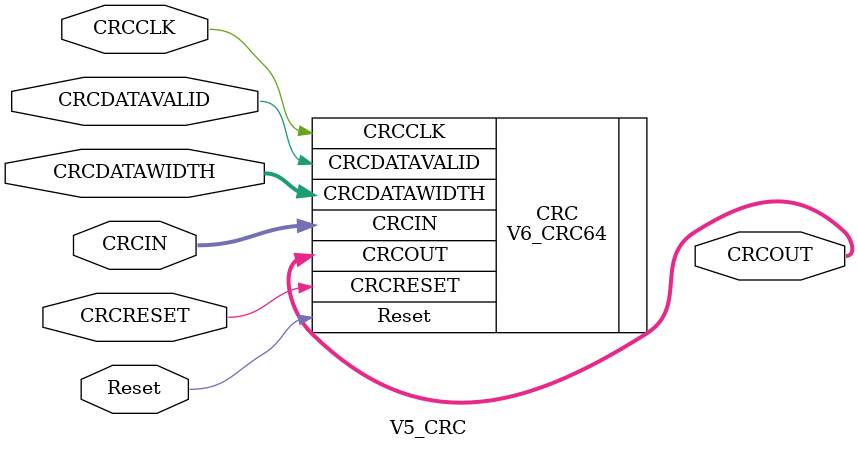
<source format=v>




`timescale 1 ns/ 10 ps

module V5_CRC (
	Reset,
	CRCOUT,
	CRCCLK,
	CRCDATAVALID,
	CRCDATAWIDTH,
	CRCIN,
	CRCRESET
);

	parameter CRC_INIT = 32'hFFFFFFFF;
	parameter POLYNOMIAL = 32'h04C11DB7;
    input           Reset;    
	output [31 : 0] CRCOUT;
	input 			CRCCLK;
	input 			CRCDATAVALID;
	input [2 : 0] 	CRCDATAWIDTH;
	input [64-1 : 0] CRCIN;
	input 			CRCRESET;
	
			
		V6_CRC64 #(
			.CRC_INIT(CRC_INIT)
		) CRC (
		
      	// CRC Ports
        .Reset(Reset),
		.CRCOUT(CRCOUT),	
		.CRCCLK(CRCCLK),
		.CRCDATAVALID(CRCDATAVALID),
		.CRCDATAWIDTH(CRCDATAWIDTH),
		.CRCIN(CRCIN),
		.CRCRESET(CRCRESET)
	);

	endmodule
	                                                                                                                           
	


</source>
